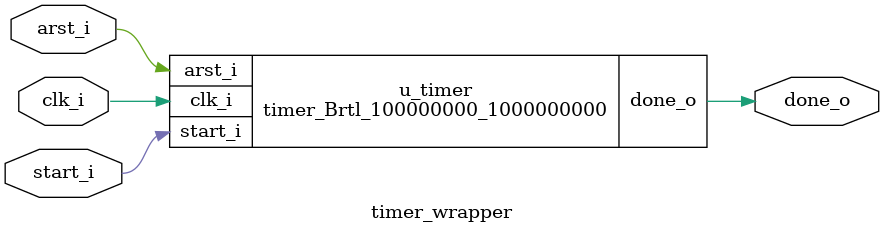
<source format=v>
/* Generated by Yosys 0.60+88 (git sha1 35321cd29, clang++ 18.1.8 -fPIC -O3) */

module timer_Brtl_100000000_1000000000(clk_i, arst_i, start_i, done_o);
  input clk_i;
  wire clk_i;
  input arst_i;
  wire arst_i;
  input start_i;
  wire start_i;
  output done_o;
  wire done_o;
  wire _00_;
  wire _01_;
  wire _02_;
  wire _03_;
  wire _04_;
  wire _05_;
  wire _06_;
  wire _07_;
  wire _08_;
  wire _09_;
  wire _10_;
  wire _11_;
  wire _12_;
  wire _13_;
  wire _14_;
  wire _15_;
  wire _16_;
  wire _17_;
  wire _18_;
  wire _19_;
  wire _20_;
  wire _21_;
  wire _22_;
  wire _23_;
  wire _24_;
  wire _25_;
  wire _26_;
  wire _27_;
  wire _28_;
  wire _29_;
  wire _30_;
  wire _31_;
  wire _32_;
  wire _33_;
  wire _34_;
  wire _35_;
  wire _36_;
  reg busy_r = 1'h0;
  reg [6:0] cnt_r = 7'h00;
  reg start_d_r = 1'h0;
  assign _09_ = start_i & ~(start_d_r);
  assign _08_ = _09_ | busy_r;
  assign _10_ = cnt_r[0] & cnt_r[1];
  assign _11_ = cnt_r[3] | cnt_r[2];
  assign _12_ = _10_ & ~(_11_);
  assign _13_ = ~cnt_r[6];
  assign _14_ = cnt_r[4] | ~(cnt_r[5]);
  assign _15_ = _14_ | _13_;
  assign _16_ = _12_ & ~(_15_);
  assign _17_ = _16_ | cnt_r[0];
  assign _00_ = busy_r & ~(_17_);
  assign _18_ = ~(cnt_r[0] ^ cnt_r[1]);
  assign _01_ = busy_r & ~(_18_);
  assign _19_ = ~(cnt_r[0] & cnt_r[1]);
  assign _20_ = _19_ ^ cnt_r[2];
  assign _21_ = _20_ | _16_;
  assign _02_ = busy_r & ~(_21_);
  assign _22_ = ~(_10_ & cnt_r[2]);
  assign _23_ = _22_ ^ cnt_r[3];
  assign _24_ = _23_ | _16_;
  assign _03_ = busy_r & ~(_24_);
  assign _25_ = ~(cnt_r[3] & cnt_r[2]);
  assign _26_ = _10_ & ~(_25_);
  assign _27_ = ~(_26_ ^ cnt_r[4]);
  assign _28_ = _27_ | _16_;
  assign _04_ = busy_r & ~(_28_);
  assign _29_ = ~(_26_ & cnt_r[4]);
  assign _30_ = _29_ ^ cnt_r[5];
  assign _31_ = _30_ | _16_;
  assign _05_ = busy_r & ~(_31_);
  assign _32_ = ~(cnt_r[4] & cnt_r[5]);
  assign _33_ = _26_ & ~(_32_);
  assign _34_ = _33_ ^ _13_;
  assign _35_ = _34_ | _16_;
  assign _06_ = busy_r & ~(_35_);
  assign done_o = ~busy_r;
  assign _36_ = ~_16_;
  assign _07_ = busy_r ? _36_ : _09_;
  always @(posedge clk_i, posedge arst_i)
    if (arst_i) cnt_r[0] <= 1'h0;
    else if (_08_) cnt_r[0] <= _00_;
  always @(posedge clk_i, posedge arst_i)
    if (arst_i) cnt_r[1] <= 1'h0;
    else if (_08_) cnt_r[1] <= _01_;
  always @(posedge clk_i, posedge arst_i)
    if (arst_i) cnt_r[2] <= 1'h0;
    else if (_08_) cnt_r[2] <= _02_;
  always @(posedge clk_i, posedge arst_i)
    if (arst_i) cnt_r[3] <= 1'h0;
    else if (_08_) cnt_r[3] <= _03_;
  always @(posedge clk_i, posedge arst_i)
    if (arst_i) cnt_r[4] <= 1'h0;
    else if (_08_) cnt_r[4] <= _04_;
  always @(posedge clk_i, posedge arst_i)
    if (arst_i) cnt_r[5] <= 1'h0;
    else if (_08_) cnt_r[5] <= _05_;
  always @(posedge clk_i, posedge arst_i)
    if (arst_i) cnt_r[6] <= 1'h0;
    else if (_08_) cnt_r[6] <= _06_;
  always @(posedge clk_i, posedge arst_i)
    if (arst_i) busy_r <= 1'h0;
    else busy_r <= _07_;
  always @(posedge clk_i, posedge arst_i)
    if (arst_i) start_d_r <= 1'h0;
    else start_d_r <= start_i;
endmodule

(* top =  1  *)
module timer_wrapper(clk_i, arst_i, start_i, done_o);
  input clk_i;
  wire clk_i;
  input arst_i;
  wire arst_i;
  input start_i;
  wire start_i;
  output done_o;
  wire done_o;
  timer_Brtl_100000000_1000000000 u_timer (
    .arst_i(arst_i),
    .clk_i(clk_i),
    .done_o(done_o),
    .start_i(start_i)
  );
endmodule

</source>
